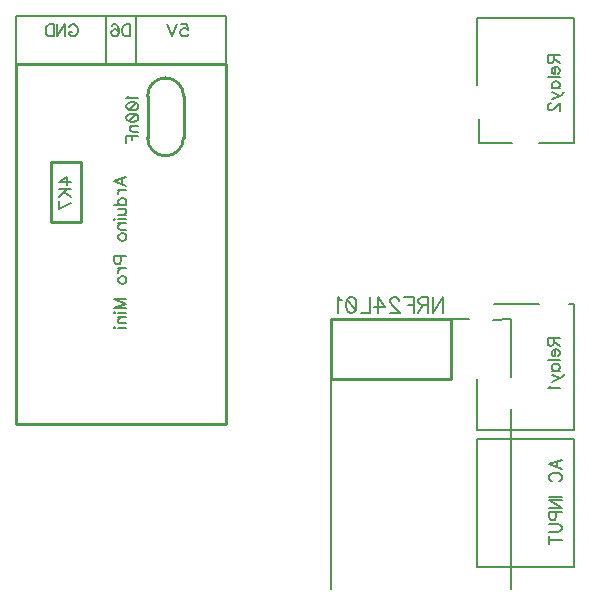
<source format=gbo>
G04 DipTrace 3.0.0.0*
G04 BottomSilk.GBO*
%MOIN*%
G04 #@! TF.FileFunction,Legend,Bot*
G04 #@! TF.Part,Single*
%ADD10C,0.009843*%
%ADD15C,0.007874*%
%ADD62C,0.00772*%
%ADD63C,0.006176*%
%FSLAX26Y26*%
G04*
G70*
G90*
G75*
G01*
G04 BotSilk*
%LPD*%
X891181Y1898761D2*
D10*
Y2038641D1*
X1011181Y1898761D2*
Y2038641D1*
X891181D2*
G02X1011181Y2038641I60000J60D01*
G01*
Y1898761D2*
G02X891181Y1898761I-60000J-60D01*
G01*
X569930Y1818522D2*
Y1618882D1*
X669930D2*
X569930D1*
X669930Y1818522D2*
Y1618882D1*
Y1818522D2*
X569930D1*
X451181Y2143701D2*
X1151181D1*
X451181Y943701D2*
X1151181D1*
Y2143701D1*
X451181Y943701D2*
Y2143701D1*
X1501181Y1293701D2*
X1901181D1*
X1501181Y1093701D2*
X1901181D1*
X1501181Y1293701D2*
Y1093701D1*
X1901181Y1293701D2*
Y1093701D1*
X1501181D2*
D15*
Y393701D1*
X1861811Y1293701D2*
X1961811D1*
X2101181Y393701D2*
Y993701D1*
Y1293701D2*
X2102100Y1102756D1*
X2101181Y1293701D2*
X2042388Y1293045D1*
X1988681Y893701D2*
X2313681D1*
Y468701D1*
X1988681D1*
Y893701D1*
X451181Y2306201D2*
X751181D1*
Y2143701D1*
X451181D1*
Y2306201D1*
X851181D2*
X1151181D1*
Y2143701D1*
X851181D1*
Y2306201D1*
X751181D2*
X851181D1*
Y2143701D1*
X751181D1*
Y2306201D1*
X1988681Y2299951D2*
X2313681D1*
Y1881201D1*
X2194932D1*
X1988681Y2299951D2*
Y2074950D1*
X1994930Y1881201D2*
X2107430D1*
X1994930D2*
Y1962451D1*
X2044930Y1343701D2*
X2194932D1*
X2294930D2*
X2313681D1*
Y924951D1*
X1988681D1*
Y1093701D1*
X1842544Y1366924D2*
D62*
Y1316684D1*
X1876038Y1366924D1*
Y1316684D1*
X1827105Y1342992D2*
X1805605D1*
X1798420Y1345424D1*
X1795988Y1347801D1*
X1793612Y1352554D1*
Y1357362D1*
X1795988Y1362115D1*
X1798420Y1364547D1*
X1805605Y1366924D1*
X1827105D1*
Y1316684D1*
X1810358Y1342992D2*
X1793612Y1316684D1*
X1747056Y1366924D2*
X1778173D1*
Y1316684D1*
Y1342992D2*
X1759049D1*
X1729185Y1354930D2*
Y1357307D1*
X1726808Y1362115D1*
X1724431Y1364492D1*
X1719623Y1366869D1*
X1710061D1*
X1705308Y1364492D1*
X1702932Y1362115D1*
X1700500Y1357307D1*
Y1352554D1*
X1702932Y1347745D1*
X1707685Y1340616D1*
X1731617Y1316684D1*
X1698123D1*
X1658752D2*
Y1366869D1*
X1682684Y1333431D1*
X1646814D1*
X1631375Y1366924D2*
Y1316684D1*
X1602690D1*
X1572881Y1366869D2*
X1580066Y1364492D1*
X1584874Y1357307D1*
X1587251Y1345369D1*
Y1338184D1*
X1584874Y1326245D1*
X1580066Y1319060D1*
X1572881Y1316684D1*
X1568127D1*
X1560942Y1319060D1*
X1556189Y1326245D1*
X1553757Y1338184D1*
Y1345369D1*
X1556189Y1357307D1*
X1560942Y1364492D1*
X1568127Y1366869D1*
X1572881D1*
X1556189Y1357307D2*
X1584874Y1326245D1*
X1538318Y1357307D2*
X1533510Y1359739D1*
X1526325Y1366869D1*
Y1316684D1*
X828133Y2039980D2*
D63*
X826188Y2036133D1*
X820484Y2030385D1*
X860632D1*
X820484Y2006538D2*
X822385Y2012286D1*
X828133Y2016132D1*
X837684Y2018034D1*
X843432D1*
X852982Y2016132D1*
X858730Y2012286D1*
X860632Y2006538D1*
Y2002735D1*
X858730Y1996987D1*
X852982Y1993184D1*
X843432Y1991239D1*
X837684D1*
X828133Y1993184D1*
X822385Y1996987D1*
X820484Y2002735D1*
Y2006538D1*
X828133Y1993184D2*
X852982Y2016132D1*
X820484Y1967392D2*
X822385Y1973140D1*
X828133Y1976986D1*
X837684Y1978888D1*
X843432D1*
X852982Y1976986D1*
X858730Y1973140D1*
X860632Y1967391D1*
Y1963589D1*
X858730Y1957841D1*
X852982Y1954038D1*
X843432Y1952093D1*
X837684D1*
X828133Y1954038D1*
X822385Y1957841D1*
X820484Y1963589D1*
Y1967392D1*
X828133Y1954038D2*
X852982Y1976986D1*
X833837Y1939742D2*
X860632Y1939741D1*
X841486Y1939742D2*
X835738Y1933994D1*
X833837Y1930147D1*
Y1924443D1*
X835738Y1920596D1*
X841486Y1918695D1*
X860632D1*
X820440Y1881450D2*
Y1906344D1*
X860632Y1906343D1*
X839585Y1906344D2*
Y1891045D1*
X821099Y1738558D2*
X780907Y1753901D1*
X821099Y1769200D1*
X807702Y1763452D2*
Y1744306D1*
X794304Y1726207D2*
X821099D1*
X805800D2*
X800052Y1724261D1*
X796205Y1720459D1*
X794304Y1716612D1*
Y1710864D1*
X780907Y1675565D2*
X821099D1*
X800052D2*
X796205Y1679367D1*
X794304Y1683214D1*
Y1688962D1*
X796205Y1692765D1*
X800052Y1696611D1*
X805800Y1698513D1*
X809603D1*
X815351Y1696611D1*
X819153Y1692765D1*
X821099Y1688962D1*
Y1683214D1*
X819153Y1679367D1*
X815351Y1675565D1*
X794304Y1663213D2*
X813450D1*
X819153Y1661312D1*
X821099Y1657465D1*
Y1651717D1*
X819153Y1647915D1*
X813450Y1642167D1*
X794304D2*
X821099D1*
X780907Y1629815D2*
X782808Y1627914D1*
X780907Y1625969D1*
X778961Y1627914D1*
X780907Y1629815D1*
X794304Y1627914D2*
X821099D1*
X794304Y1613617D2*
X821099D1*
X801954D2*
X796205Y1607869D1*
X794304Y1604022D1*
Y1598319D1*
X796205Y1594472D1*
X801954Y1592571D1*
X821099D1*
X794304Y1570669D2*
X796205Y1574471D1*
X800052Y1578318D1*
X805800Y1580219D1*
X809603D1*
X815351Y1578318D1*
X819153Y1574471D1*
X821099Y1570669D1*
Y1564921D1*
X819153Y1561074D1*
X815351Y1557271D1*
X809603Y1555326D1*
X805800D1*
X800052Y1557271D1*
X796205Y1561074D1*
X794304Y1564921D1*
Y1570669D1*
X801954Y1504094D2*
Y1486849D1*
X800052Y1481146D1*
X798107Y1479200D1*
X794304Y1477299D1*
X788556D1*
X784754Y1479200D1*
X782808Y1481146D1*
X780907Y1486849D1*
Y1504094D1*
X821099D1*
X794304Y1464948D2*
X821099Y1464947D1*
X805800Y1464948D2*
X800052Y1463002D1*
X796205Y1459199D1*
X794304Y1455353D1*
Y1449605D1*
Y1427703D2*
X796205Y1431505D1*
X800052Y1435352D1*
X805800Y1437253D1*
X809603D1*
X815351Y1435352D1*
X819153Y1431505D1*
X821099Y1427703D1*
Y1421955D1*
X819153Y1418108D1*
X815351Y1414305D1*
X809603Y1412360D1*
X805800D1*
X800052Y1414305D1*
X796205Y1418108D1*
X794304Y1421955D1*
Y1427703D1*
X821099Y1330531D2*
X780907D1*
X821099Y1345829D1*
X780907Y1361128D1*
X821099D1*
X780907Y1318179D2*
X782808Y1316278D1*
X780907Y1314332D1*
X778961Y1316278D1*
X780907Y1318179D1*
X794304Y1316278D2*
X821099D1*
X794304Y1301981D2*
X821099D1*
X801954D2*
X796206Y1296233D1*
X794304Y1292386D1*
Y1286682D1*
X796206Y1282836D1*
X801954Y1280934D1*
X821099D1*
X780907Y1268583D2*
X782808Y1266682D1*
X780907Y1264736D1*
X778961Y1266682D1*
X780907Y1268583D1*
X794304Y1266682D2*
X821099D1*
X2271120Y794827D2*
X2230928Y810170D1*
X2271120Y825468D1*
X2257723Y819720D2*
Y800575D1*
X2240478Y753780D2*
X2236676Y755681D1*
X2232829Y759528D1*
X2230928Y763330D1*
Y770980D1*
X2232829Y774826D1*
X2236676Y778629D1*
X2240478Y780574D1*
X2246226Y782476D1*
X2255821D1*
X2261525Y780574D1*
X2265372Y778629D1*
X2269174Y774826D1*
X2271120Y770979D1*
Y763330D1*
X2269174Y759528D1*
X2265372Y755681D1*
X2261525Y753780D1*
X2230928Y702547D2*
X2271120D1*
X2230928Y663401D2*
X2271120D1*
X2230928Y690196D1*
X2271120D1*
X2251975Y651050D2*
Y633806D1*
X2250073Y628102D1*
X2248128Y626157D1*
X2244325Y624255D1*
X2238577D1*
X2234775Y626157D1*
X2232829Y628102D1*
X2230928Y633806D1*
Y651050D1*
X2271120D1*
X2230928Y611904D2*
X2259624D1*
X2265372Y610003D1*
X2269174Y606156D1*
X2271120Y600408D1*
Y596605D1*
X2269174Y590857D1*
X2265372Y587011D1*
X2259624Y585109D1*
X2230928D1*
Y559361D2*
X2271120D1*
X2230928Y572758D2*
Y545963D1*
X2244788Y1232684D2*
Y1215484D1*
X2242843Y1209736D1*
X2240942Y1207790D1*
X2237139Y1205889D1*
X2233292D1*
X2229490Y1207790D1*
X2227544Y1209736D1*
X2225643Y1215484D1*
Y1232684D1*
X2265835D1*
X2244788Y1219286D2*
X2265835Y1205889D1*
X2250536Y1193538D2*
X2250537Y1170590D1*
X2246690D1*
X2242843Y1172491D1*
X2240942Y1174392D1*
X2239040Y1178239D1*
Y1183987D1*
X2240942Y1187790D1*
X2244788Y1191636D1*
X2250536Y1193538D1*
X2254339D1*
X2260087Y1191636D1*
X2263890Y1187790D1*
X2265835Y1183987D1*
Y1178239D1*
X2263890Y1174392D1*
X2260087Y1170590D1*
X2225643Y1158238D2*
X2265835D1*
X2239040Y1122939D2*
X2265835D1*
X2244788D2*
X2240942Y1126742D1*
X2239040Y1130588D1*
Y1136292D1*
X2240942Y1140139D1*
X2244788Y1143941D1*
X2250537Y1145887D1*
X2254339D1*
X2260087Y1143941D1*
X2263890Y1140139D1*
X2265835Y1136292D1*
Y1130588D1*
X2263890Y1126741D1*
X2260087Y1122939D1*
X2239040Y1108642D2*
X2265835Y1097190D1*
X2273484Y1100993D1*
X2277331Y1104840D1*
X2279232Y1108642D1*
Y1110588D1*
X2239040Y1085694D2*
X2265835Y1097190D1*
X2233337Y1073343D2*
X2231391Y1069496D1*
X2225687Y1063748D1*
X2265835D1*
X2244788Y2174884D2*
Y2157684D1*
X2242843Y2151936D1*
X2240942Y2149990D1*
X2237139Y2148089D1*
X2233292D1*
X2229490Y2149990D1*
X2227544Y2151936D1*
X2225643Y2157684D1*
Y2174884D1*
X2265835D1*
X2244788Y2161486D2*
X2265835Y2148089D1*
X2250536Y2135737D2*
Y2112790D1*
X2246690D1*
X2242843Y2114691D1*
X2240942Y2116592D1*
X2239040Y2120439D1*
Y2126187D1*
X2240942Y2129989D1*
X2244788Y2133836D1*
X2250536Y2135737D1*
X2254339D1*
X2260087Y2133836D1*
X2263890Y2129989D1*
X2265835Y2126187D1*
Y2120439D1*
X2263890Y2116592D1*
X2260087Y2112790D1*
X2225643Y2100438D2*
X2265835D1*
X2239040Y2065139D2*
X2265835D1*
X2244788D2*
X2240942Y2068941D1*
X2239040Y2072788D1*
Y2078492D1*
X2240942Y2082339D1*
X2244788Y2086141D1*
X2250537Y2088087D1*
X2254339D1*
X2260087Y2086141D1*
X2263890Y2082339D1*
X2265835Y2078492D1*
Y2072788D1*
X2263890Y2068941D1*
X2260087Y2065139D1*
X2239040Y2050842D2*
X2265835Y2039390D1*
X2273484Y2043193D1*
X2277331Y2047039D1*
X2279232Y2050842D1*
Y2052787D1*
X2239040Y2027894D2*
X2265835Y2039390D1*
X2235238Y2013597D2*
X2233337D1*
X2229490Y2011696D1*
X2227589Y2009795D1*
X2225687Y2005948D1*
Y1998299D1*
X2227589Y1994496D1*
X2229490Y1992595D1*
X2233337Y1990649D1*
X2237139D1*
X2240986Y1992595D1*
X2246690Y1996397D1*
X2265835Y2015543D1*
Y1988748D1*
X629473Y2267419D2*
X631374Y2271222D1*
X635221Y2275069D1*
X639024Y2276970D1*
X646673D1*
X650520Y2275069D1*
X654322Y2271222D1*
X656268Y2267419D1*
X658169Y2261671D1*
Y2252076D1*
X656268Y2246373D1*
X654322Y2242526D1*
X650520Y2238723D1*
X646673Y2236778D1*
X639024D1*
X635221Y2238723D1*
X631374Y2242526D1*
X629473Y2246373D1*
Y2252076D1*
X639024D1*
X590327Y2276970D2*
Y2236778D1*
X617122Y2276970D1*
Y2236778D1*
X577976Y2276970D2*
Y2236778D1*
X564578D1*
X558830Y2238723D1*
X554984Y2242526D1*
X553082Y2246373D1*
X551181Y2252076D1*
Y2261671D1*
X553082Y2267419D1*
X554984Y2271222D1*
X558830Y2275069D1*
X564578Y2276970D1*
X577976D1*
X1004226Y2276926D2*
X1023327D1*
X1025228Y2259726D1*
X1023327Y2261627D1*
X1017579Y2263572D1*
X1011875D1*
X1006127Y2261627D1*
X1002280Y2257824D1*
X1000379Y2252076D1*
Y2248274D1*
X1002280Y2242526D1*
X1006127Y2238679D1*
X1011875Y2236778D1*
X1017579D1*
X1023327Y2238679D1*
X1025228Y2240625D1*
X1027174Y2244427D1*
X988028Y2276970D2*
X972729Y2236778D1*
X957430Y2276970D1*
X833926D2*
Y2236778D1*
X820528D1*
X814780Y2238723D1*
X810933Y2242526D1*
X809032Y2246373D1*
X807131Y2252076D1*
Y2261671D1*
X809032Y2267419D1*
X810933Y2271222D1*
X814780Y2275069D1*
X820528Y2276970D1*
X833926D1*
X771832Y2271222D2*
X773733Y2275024D1*
X779481Y2276926D1*
X783283D1*
X789032Y2275024D1*
X792878Y2269276D1*
X794780Y2259726D1*
Y2250175D1*
X792878Y2242526D1*
X789032Y2238679D1*
X783283Y2236778D1*
X781382D1*
X775678Y2238679D1*
X771832Y2242526D1*
X769930Y2248274D1*
Y2250175D1*
X771832Y2255923D1*
X775678Y2259726D1*
X781382Y2261627D1*
X783283D1*
X789032Y2259726D1*
X792878Y2255923D1*
X794780Y2250175D1*
X635633Y1750542D2*
X595485D1*
X622236Y1769687D1*
Y1740992D1*
X595441Y1728640D2*
X635633D1*
X595441Y1701846D2*
X622236Y1728640D1*
X612641Y1719090D2*
X635633Y1701845D1*
Y1681845D2*
X595485Y1662700D1*
Y1689494D1*
M02*

</source>
